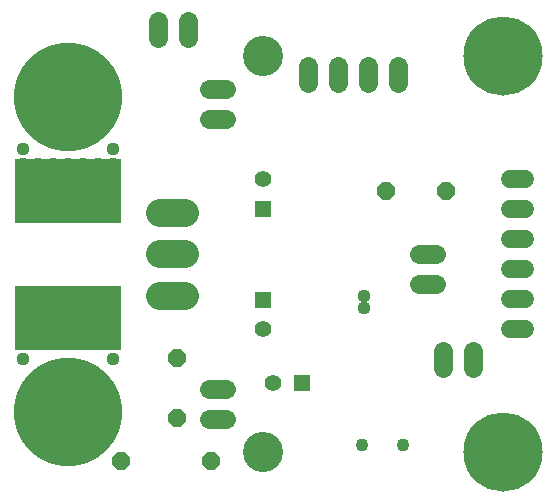
<source format=gbs>
G75*
%MOIN*%
%OFA0B0*%
%FSLAX25Y25*%
%IPPOS*%
%LPD*%
%AMOC8*
5,1,8,0,0,1.08239X$1,22.5*
%
%ADD10C,0.13398*%
%ADD11C,0.06400*%
%ADD12OC8,0.06000*%
%ADD13R,0.35249X0.21272*%
%ADD14C,0.36233*%
%ADD15C,0.04343*%
%ADD16C,0.09200*%
%ADD17C,0.06000*%
%ADD18R,0.05600X0.05600*%
%ADD19C,0.05600*%
%ADD20C,0.04369*%
%ADD21C,0.26391*%
D10*
X0091937Y0023732D03*
X0091937Y0155732D03*
D11*
X0079737Y0144732D02*
X0074137Y0144732D01*
X0074137Y0134732D02*
X0079737Y0134732D01*
X0106937Y0146932D02*
X0106937Y0152532D01*
X0116937Y0152532D02*
X0116937Y0146932D01*
X0126937Y0146932D02*
X0126937Y0152532D01*
X0136937Y0152532D02*
X0136937Y0146932D01*
X0144137Y0089732D02*
X0149737Y0089732D01*
X0149737Y0079732D02*
X0144137Y0079732D01*
X0151937Y0057532D02*
X0151937Y0051932D01*
X0161937Y0051932D02*
X0161937Y0057532D01*
X0079737Y0044732D02*
X0074137Y0044732D01*
X0074137Y0034732D02*
X0079737Y0034732D01*
X0066937Y0161932D02*
X0066937Y0167532D01*
X0056937Y0167532D02*
X0056937Y0161932D01*
D12*
X0132937Y0110732D03*
X0152937Y0110732D03*
X0063413Y0055211D03*
X0063413Y0035211D03*
X0074834Y0021013D03*
X0044834Y0021013D03*
D13*
X0026937Y0068472D03*
X0026937Y0110992D03*
D14*
X0026937Y0037232D03*
X0026937Y0142232D03*
D15*
X0125052Y0026204D03*
X0138832Y0026204D03*
D16*
X0066137Y0075952D02*
X0057737Y0075952D01*
X0057737Y0089732D02*
X0066137Y0089732D01*
X0066137Y0103511D02*
X0057737Y0103511D01*
D17*
X0174337Y0104732D02*
X0179537Y0104732D01*
X0179537Y0094732D02*
X0174337Y0094732D01*
X0174337Y0084732D02*
X0179537Y0084732D01*
X0179537Y0074732D02*
X0174337Y0074732D01*
X0174337Y0064732D02*
X0179537Y0064732D01*
X0179537Y0114732D02*
X0174337Y0114732D01*
D18*
X0105239Y0046952D03*
X0091937Y0074532D03*
X0091937Y0104932D03*
D19*
X0091937Y0114732D03*
X0091937Y0064732D03*
X0095439Y0046952D03*
D20*
X0125776Y0071935D03*
X0125776Y0075935D03*
X0041937Y0059732D03*
X0041937Y0054732D03*
X0036937Y0059732D03*
X0031937Y0059732D03*
X0026937Y0059732D03*
X0021937Y0059732D03*
X0016937Y0059732D03*
X0011937Y0059732D03*
X0011937Y0054732D03*
X0011937Y0119732D03*
X0016937Y0119732D03*
X0021937Y0119732D03*
X0026937Y0119732D03*
X0031937Y0119732D03*
X0036937Y0119732D03*
X0041937Y0119732D03*
X0041937Y0124732D03*
X0011937Y0124732D03*
D21*
X0171937Y0155732D03*
X0171937Y0023732D03*
M02*

</source>
